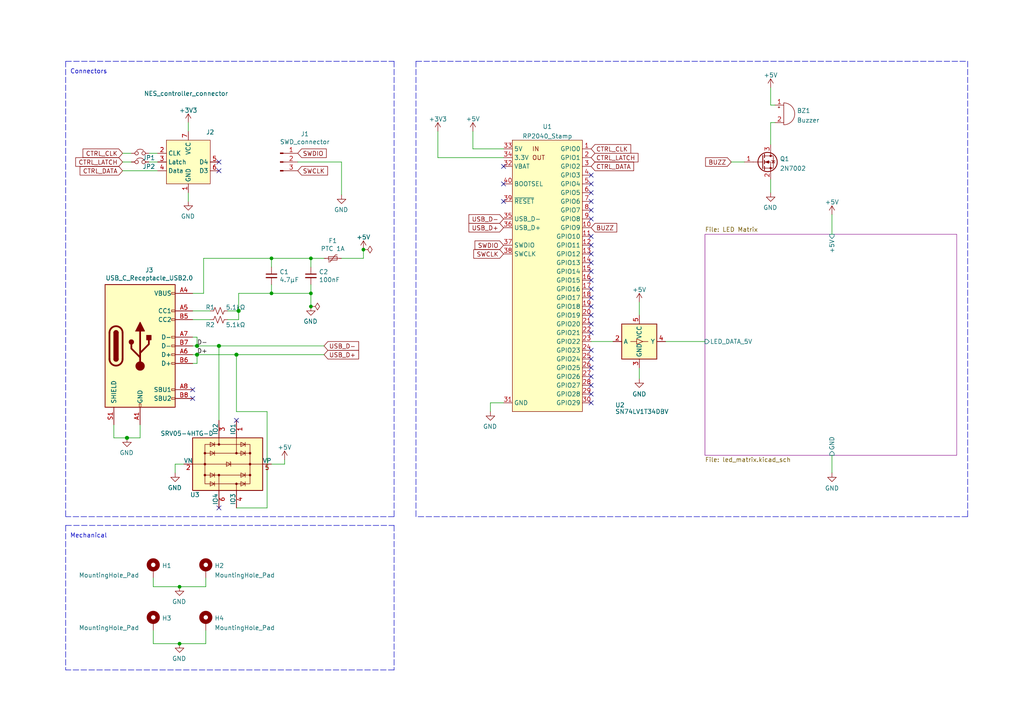
<source format=kicad_sch>
(kicad_sch (version 20210621) (generator eeschema)
  (paper "A4")
  (title_block (title "Neopixel pico arcade") (rev "1.0"))
  (lib_symbols
    (symbol "Connector:Conn_01x03_Male" (pin_names (offset 1.016) hide)
      (property "Reference" "J" (at 0 5.08 0))
      (property "Value" "Conn_01x03_Male" (at 0 -5.08 0))
      (symbol "Conn_01x03_Male_1_1"
        (rectangle (start 0.8636 -2.413) (end 0 -2.667) (stroke (width 0.1524)) (fill (type outline)))
        (rectangle (start 0.8636 0.127) (end 0 -0.127) (stroke (width 0.1524)) (fill (type outline)))
        (rectangle (start 0.8636 2.667) (end 0 2.413) (stroke (width 0.1524)) (fill (type outline)))
        (polyline (pts (xy 1.27 -2.54) (xy 0.8636 -2.54)) (stroke (width 0.1524)))
        (polyline (pts (xy 1.27 0) (xy 0.8636 0)) (stroke (width 0.1524)))
        (polyline (pts (xy 1.27 2.54) (xy 0.8636 2.54)) (stroke (width 0.1524)))
        (pin passive line (at 5.08 2.54 180) (length 3.81) (name "Pin_1") (number "1"))
        (pin passive line (at 5.08 0 180) (length 3.81) (name "Pin_2") (number "2"))
        (pin passive line (at 5.08 -2.54 180) (length 3.81) (name "Pin_3") (number "3"))
      )
    )
    (symbol "Connector:USB_C_Receptacle_USB2.0" (pin_names (offset 1.016))
      (property "Reference" "J" (at -10.16 19.05 0))
      (property "Value" "USB_C_Receptacle_USB2.0" (at 19.05 19.05 0))
      (symbol "USB_C_Receptacle_USB2.0_0_0"
        (rectangle (start -0.254 -17.78) (end 0.254 -16.764))
        (rectangle (start 10.16 -14.986) (end 9.144 -15.494))
        (rectangle (start 10.16 -12.446) (end 9.144 -12.954))
        (rectangle (start 10.16 -4.826) (end 9.144 -5.334))
        (rectangle (start 10.16 -2.286) (end 9.144 -2.794))
        (rectangle (start 10.16 0.254) (end 9.144 -0.254))
        (rectangle (start 10.16 2.794) (end 9.144 2.286))
        (rectangle (start 10.16 7.874) (end 9.144 7.366))
        (rectangle (start 10.16 10.414) (end 9.144 9.906))
        (rectangle (start 10.16 15.494) (end 9.144 14.986))
      )
      (symbol "USB_C_Receptacle_USB2.0_0_1"
        (arc (start -8.89 -3.81) (end -5.08 -3.81) (radius (at -6.985 -3.81) (length 1.905) (angles -179.9 -0.1)) (stroke (width 0.508)))
        (arc (start -7.62 -3.81) (end -6.35 -3.81) (radius (at -6.985 -3.81) (length 0.635) (angles -179.9 -0.1)) (stroke (width 0.254)))
        (arc (start -6.35 3.81) (end -7.62 3.81) (radius (at -6.985 3.81) (length 0.635) (angles 0.1 179.9)) (stroke (width 0.254)))
        (arc (start -5.08 3.81) (end -8.89 3.81) (radius (at -6.985 3.81) (length 1.905) (angles 0.1 179.9)) (stroke (width 0.508)))
        (arc (start -7.62 -3.81) (end -6.35 -3.81) (radius (at -6.985 -3.81) (length 0.635) (angles -179.9 -0.1)) (stroke (width 0.254)) (fill (type outline)))
        (arc (start -6.35 3.81) (end -7.62 3.81) (radius (at -6.985 3.81) (length 0.635) (angles 0.1 179.9)) (stroke (width 0.254)) (fill (type outline)))
        (circle (center -2.54 1.143) (radius 0.635) (stroke (width 0.254)) (fill (type outline)))
        (circle (center 0 -5.842) (radius 1.27) (fill (type outline)))
        (rectangle (start -7.62 -3.81) (end -6.35 3.81) (stroke (width 0.254)) (fill (type outline)))
        (rectangle (start 1.905 1.778) (end 3.175 3.048) (stroke (width 0.254)) (fill (type outline)))
        (rectangle (start -10.16 17.78) (end 10.16 -17.78) (stroke (width 0.254)) (fill (type background)))
        (polyline (pts (xy -8.89 -3.81) (xy -8.89 3.81)) (stroke (width 0.508)))
        (polyline (pts (xy -5.08 3.81) (xy -5.08 -3.81)) (stroke (width 0.508)))
        (polyline (pts (xy 0 -5.842) (xy 0 4.318)) (stroke (width 0.508)))
        (polyline (pts (xy 0 -3.302) (xy -2.54 -0.762) (xy -2.54 0.508)) (stroke (width 0.508)))
        (polyline (pts (xy 0 -2.032) (xy 2.54 0.508) (xy 2.54 1.778)) (stroke (width 0.508)))
        (polyline (pts (xy -1.27 4.318) (xy 0 6.858) (xy 1.27 4.318) (xy -1.27 4.318)) (stroke (width 0.254)) (fill (type outline)))
      )
      (symbol "USB_C_Receptacle_USB2.0_1_1"
        (pin passive line (at 0 -22.86 90) (length 5.08) (name "GND") (number "A1"))
        (pin passive line (at 0 -22.86 90) (length 5.08) hide (name "GND") (number "A12"))
        (pin passive line (at 15.24 15.24 180) (length 5.08) (name "VBUS") (number "A4"))
        (pin bidirectional line (at 15.24 10.16 180) (length 5.08) (name "CC1") (number "A5"))
        (pin bidirectional line (at 15.24 -2.54 180) (length 5.08) (name "D+") (number "A6"))
        (pin bidirectional line (at 15.24 2.54 180) (length 5.08) (name "D-") (number "A7"))
        (pin bidirectional line (at 15.24 -12.7 180) (length 5.08) (name "SBU1") (number "A8"))
        (pin passive line (at 15.24 15.24 180) (length 5.08) hide (name "VBUS") (number "A9"))
        (pin passive line (at 0 -22.86 90) (length 5.08) hide (name "GND") (number "B1"))
        (pin passive line (at 0 -22.86 90) (length 5.08) hide (name "GND") (number "B12"))
        (pin passive line (at 15.24 15.24 180) (length 5.08) hide (name "VBUS") (number "B4"))
        (pin bidirectional line (at 15.24 7.62 180) (length 5.08) (name "CC2") (number "B5"))
        (pin bidirectional line (at 15.24 -5.08 180) (length 5.08) (name "D+") (number "B6"))
        (pin bidirectional line (at 15.24 0 180) (length 5.08) (name "D-") (number "B7"))
        (pin bidirectional line (at 15.24 -15.24 180) (length 5.08) (name "SBU2") (number "B8"))
        (pin passive line (at 15.24 15.24 180) (length 5.08) hide (name "VBUS") (number "B9"))
        (pin passive line (at -7.62 -22.86 90) (length 5.08) (name "SHIELD") (number "S1"))
      )
    )
    (symbol "Device:Buzzer" (pin_names (offset 0.0254) hide)
      (property "Reference" "BZ" (at 3.81 1.27 0))
      (property "Value" "Buzzer" (at 3.81 -1.27 0))
      (symbol "Buzzer_0_1"
        (arc (start 0 -3.175) (end 0 3.175) (radius (at 0 0) (length 3.175) (angles -89.9 89.9)))
        (polyline (pts (xy -1.651 1.905) (xy -1.143 1.905)))
        (polyline (pts (xy -1.397 2.159) (xy -1.397 1.651)))
        (polyline (pts (xy 0 3.175) (xy 0 -3.175)))
      )
      (symbol "Buzzer_1_1"
        (pin passive line (at -2.54 2.54 0) (length 2.54) (name "-") (number "1"))
        (pin passive line (at -2.54 -2.54 0) (length 2.54) (name "+") (number "2"))
      )
    )
    (symbol "Device:C_Small" (pin_numbers hide) (pin_names (offset 0.254) hide)
      (property "Reference" "C" (at 0.254 1.778 0))
      (property "Value" "C_Small" (at 0.254 -2.032 0))
      (symbol "C_Small_0_1"
        (polyline (pts (xy -1.524 -0.508) (xy 1.524 -0.508)) (stroke (width 0.3302)))
        (polyline (pts (xy -1.524 0.508) (xy 1.524 0.508)) (stroke (width 0.3048)))
      )
      (symbol "C_Small_1_1"
        (pin passive line (at 0 2.54 270) (length 2.032) (name "~") (number "1"))
        (pin passive line (at 0 -2.54 90) (length 2.032) (name "~") (number "2"))
      )
    )
    (symbol "Device:Jumper_NC_Small" (pin_numbers hide) (pin_names (offset 0.762) hide)
      (property "Reference" "JP" (at 0 2.032 0))
      (property "Value" "Jumper_NC_Small" (at 0.254 -1.524 0))
      (symbol "Jumper_NC_Small_0_1"
        (arc (start 1.016 0.762) (end -1.016 0.762) (radius (at 0 -0.254) (length 1.4478) (angles 45 135)))
        (circle (center -1.016 0) (radius 0.508))
        (circle (center 1.016 0) (radius 0.508))
        (pin passive line (at -2.54 0 0) (length 1.016) (name "1") (number "1"))
        (pin passive line (at 2.54 0 180) (length 1.016) (name "2") (number "2"))
      )
    )
    (symbol "Device:Polyfuse_Small" (pin_numbers hide) (pin_names (offset 0))
      (property "Reference" "F" (at -1.905 0 90))
      (property "Value" "Polyfuse_Small" (at 1.905 0 90))
      (symbol "Polyfuse_Small_0_1"
        (rectangle (start -0.508 1.27) (end 0.508 -1.27))
        (polyline (pts (xy 0 2.54) (xy 0 -2.54)))
        (polyline (pts (xy -1.016 1.27) (xy -1.016 0.762) (xy 1.016 -0.762) (xy 1.016 -1.27)))
      )
      (symbol "Polyfuse_Small_1_1"
        (pin passive line (at 0 2.54 270) (length 0.635) (name "~") (number "1"))
        (pin passive line (at 0 -2.54 90) (length 0.635) (name "~") (number "2"))
      )
    )
    (symbol "Device:R_Small_US" (pin_numbers hide) (pin_names (offset 0.254) hide)
      (property "Reference" "R" (at 0.762 0.508 0))
      (property "Value" "R_Small_US" (at 0.762 -1.016 0))
      (symbol "R_Small_US_1_1"
        (polyline (pts (xy 0 0) (xy 1.016 -0.381) (xy 0 -0.762) (xy -1.016 -1.143) (xy 0 -1.524)))
        (polyline (pts (xy 0 1.524) (xy 1.016 1.143) (xy 0 0.762) (xy -1.016 0.381) (xy 0 0)))
        (pin passive line (at 0 2.54 270) (length 1.016) (name "~") (number "1"))
        (pin passive line (at 0 -2.54 90) (length 1.016) (name "~") (number "2"))
      )
    )
    (symbol "Logic_LevelTranslator:SN74LV1T34DBV"
      (property "Reference" "U" (at 5.08 6.35 0))
      (property "Value" "SN74LV1T34DBV" (at 5.08 3.81 0))
      (symbol "SN74LV1T34DBV_0_1"
        (rectangle (start -5.08 5.08) (end 5.08 -5.08) (stroke (width 0.254)) (fill (type background)))
        (polyline (pts (xy -0.762 0) (xy -2.54 0)))
        (polyline (pts (xy 1.016 0) (xy 2.54 0)))
      )
      (symbol "SN74LV1T34DBV_1_1"
        (polyline (pts (xy -0.762 -0.762) (xy -0.762 0.762) (xy 1.016 0) (xy -0.762 -0.762)))
        (pin no_connect line (at -5.08 2.54 0) (length 2.54) hide (name "NC") (number "1"))
        (pin input line (at -7.62 0 0) (length 2.54) (name "A") (number "2"))
        (pin power_in line (at 0 -7.62 90) (length 2.54) (name "GND") (number "3"))
        (pin output line (at 7.62 0 180) (length 2.54) (name "Y") (number "4"))
        (pin power_in line (at 0 7.62 270) (length 2.54) (name "VCC") (number "5"))
      )
    )
    (symbol "Mechanical:MountingHole_Pad" (pin_numbers hide) (pin_names (offset 1.016) hide)
      (property "Reference" "H" (at 0 6.35 0))
      (property "Value" "MountingHole_Pad" (at 0 4.445 0))
      (symbol "MountingHole_Pad_0_1"
        (circle (center 0 1.27) (radius 1.27) (stroke (width 1.27)))
      )
      (symbol "MountingHole_Pad_1_1"
        (pin input line (at 0 -2.54 90) (length 2.54) (name "1") (number "1"))
      )
    )
    (symbol "Neopixel_pico_arcade:NES_controller_connector"
      (property "Reference" "J" (at 3.81 8.89 0))
      (property "Value" "NES_controller_connector" (at 13.97 -8.89 0))
      (symbol "NES_controller_connector_0_0"
        (pin power_in line (at 0 -8.89 90) (length 2.54) (name "GND") (number "1"))
        (pin input line (at -8.89 2.54 0) (length 2.54) (name "CLK") (number "2"))
        (pin input line (at -8.89 0 0) (length 2.54) (name "Latch") (number "3"))
        (pin output line (at -8.89 -2.54 0) (length 2.54) (name "Data") (number "4"))
        (pin unspecified line (at 8.89 0 180) (length 2.54) (name "D4") (number "5"))
        (pin unspecified line (at 8.89 -2.54 180) (length 2.54) (name "D3") (number "6"))
        (pin power_in line (at 0 8.89 270) (length 2.54) (name "VCC") (number "7"))
      )
      (symbol "NES_controller_connector_0_1"
        (rectangle (start -6.35 6.35) (end 6.35 -6.35) (stroke (width 0.1524)) (fill (type background)))
      )
    )
    (symbol "Power_Protection:SRV05-4" (pin_names (offset 0))
      (property "Reference" "U" (at -5.08 11.43 0))
      (property "Value" "SRV05-4" (at 2.54 11.43 0))
      (symbol "SRV05-4_0_0"
        (rectangle (start -5.715 6.477) (end 5.715 -6.604))
        (polyline (pts (xy -3.175 -6.604) (xy -3.175 6.477)))
        (polyline (pts (xy 3.175 6.477) (xy 3.175 -6.604)))
      )
      (symbol "SRV05-4_0_1"
        (circle (center -5.715 -2.54) (radius 0.2794) (fill (type outline)))
        (circle (center -3.175 -6.604) (radius 0.2794) (fill (type outline)))
        (circle (center -3.175 2.54) (radius 0.2794) (fill (type outline)))
        (circle (center -3.175 6.477) (radius 0.2794) (fill (type outline)))
        (circle (center 0 -6.604) (radius 0.2794) (fill (type outline)))
        (circle (center 0 6.477) (radius 0.2794) (fill (type outline)))
        (circle (center 3.175 -6.604) (radius 0.2794) (fill (type outline)))
        (circle (center 3.175 -2.54) (radius 0.2794) (fill (type outline)))
        (circle (center 3.175 6.477) (radius 0.2794) (fill (type outline)))
        (circle (center 5.715 2.54) (radius 0.2794) (fill (type outline)))
        (rectangle (start -7.62 10.16) (end 7.62 -10.16) (stroke (width 0.254)) (fill (type background)))
        (polyline (pts (xy -7.747 2.54) (xy -3.175 2.54)))
        (polyline (pts (xy -7.62 -2.54) (xy -5.715 -2.54)))
        (polyline (pts (xy -5.08 -3.81) (xy -6.35 -3.81)))
        (polyline (pts (xy -5.08 5.08) (xy -6.35 5.08)))
        (polyline (pts (xy -2.54 -3.81) (xy -3.81 -3.81)))
        (polyline (pts (xy -2.54 5.08) (xy -3.81 5.08)))
        (polyline (pts (xy 0 10.16) (xy 0 -10.16)))
        (polyline (pts (xy 3.81 -3.81) (xy 2.54 -3.81)))
        (polyline (pts (xy 3.81 5.08) (xy 2.54 5.08)))
        (polyline (pts (xy 6.35 -3.81) (xy 5.08 -3.81)))
        (polyline (pts (xy 6.35 5.08) (xy 5.08 5.08)))
        (polyline (pts (xy 7.62 -2.54) (xy 3.175 -2.54)))
        (polyline (pts (xy 7.62 2.54) (xy 5.715 2.54)))
        (polyline (pts (xy 0.635 0.889) (xy -0.635 0.889) (xy -0.635 0.635)))
        (polyline (pts (xy -5.08 -5.08) (xy -6.35 -5.08) (xy -5.715 -3.81) (xy -5.08 -5.08)))
        (polyline (pts (xy -5.08 3.81) (xy -6.35 3.81) (xy -5.715 5.08) (xy -5.08 3.81)))
        (polyline (pts (xy -2.54 -5.08) (xy -3.81 -5.08) (xy -3.175 -3.81) (xy -2.54 -5.08)))
        (polyline (pts (xy -2.54 3.81) (xy -3.81 3.81) (xy -3.175 5.08) (xy -2.54 3.81)))
        (polyline (pts (xy 0.635 -0.381) (xy -0.635 -0.381) (xy 0 0.889) (xy 0.635 -0.381)))
        (polyline (pts (xy 3.81 -5.08) (xy 2.54 -5.08) (xy 3.175 -3.81) (xy 3.81 -5.08)))
        (polyline (pts (xy 3.81 3.81) (xy 2.54 3.81) (xy 3.175 5.08) (xy 3.81 3.81)))
        (polyline (pts (xy 6.35 -5.08) (xy 5.08 -5.08) (xy 5.715 -3.81) (xy 6.35 -5.08)))
        (polyline (pts (xy 6.35 3.81) (xy 5.08 3.81) (xy 5.715 5.08) (xy 6.35 3.81)))
      )
      (symbol "SRV05-4_1_1"
        (pin passive line (at -12.7 2.54 0) (length 5.08) (name "IO1") (number "1"))
        (pin passive line (at 0 -12.7 90) (length 2.54) (name "VN") (number "2"))
        (pin passive line (at -12.7 -2.54 0) (length 5.08) (name "IO2") (number "3"))
        (pin passive line (at 12.7 2.54 180) (length 5.08) (name "IO3") (number "4"))
        (pin passive line (at 0 12.7 270) (length 2.54) (name "VP") (number "5"))
        (pin passive line (at 12.7 -2.54 180) (length 5.08) (name "IO4") (number "6"))
      )
    )
    (symbol "RP2040_stamp:RP2040_Stamp"
      (property "Reference" "U" (at 10.16 43.18 0))
      (property "Value" "RP2040_Stamp" (at 0 -38.1 0))
      (symbol "RP2040_Stamp_0_0"
        (text "IN" (at -4.445 39.37 0) (effects (font (size 1.27 1.27)) (justify left)))
        (text "OUT" (at -4.445 36.83 0) (effects (font (size 1.27 1.27)) (justify left)))
        (pin bidirectional line (at 12.7 39.37 180) (length 2.54) (name "GPIO0") (number "1"))
        (pin bidirectional line (at 12.7 16.51 180) (length 2.54) (name "GPIO9") (number "10"))
        (pin bidirectional line (at 12.7 13.97 180) (length 2.54) (name "GPIO10") (number "11"))
        (pin bidirectional line (at 12.7 11.43 180) (length 2.54) (name "GPIO11") (number "12"))
        (pin bidirectional line (at 12.7 8.89 180) (length 2.54) (name "GPIO12") (number "13"))
        (pin bidirectional line (at 12.7 6.35 180) (length 2.54) (name "GPIO13") (number "14"))
        (pin bidirectional line (at 12.7 3.81 180) (length 2.54) (name "GPIO14") (number "15"))
        (pin bidirectional line (at 12.7 1.27 180) (length 2.54) (name "GPIO15") (number "16"))
        (pin bidirectional line (at 12.7 -1.27 180) (length 2.54) (name "GPIO16") (number "17"))
        (pin bidirectional line (at 12.7 -3.81 180) (length 2.54) (name "GPIO17") (number "18"))
        (pin bidirectional line (at 12.7 -6.35 180) (length 2.54) (name "GPIO18") (number "19"))
        (pin bidirectional line (at 12.7 36.83 180) (length 2.54) (name "GPIO1") (number "2"))
        (pin bidirectional line (at 12.7 -8.89 180) (length 2.54) (name "GPIO19") (number "20"))
        (pin bidirectional line (at 12.7 -11.43 180) (length 2.54) (name "GPIO20") (number "21"))
        (pin bidirectional line (at 12.7 -13.97 180) (length 2.54) (name "GPIO21") (number "22"))
        (pin bidirectional line (at 12.7 -16.51 180) (length 2.54) (name "GPIO22") (number "23"))
        (pin bidirectional line (at 12.7 -19.05 180) (length 2.54) (name "GPIO23") (number "24"))
        (pin bidirectional line (at 12.7 -21.59 180) (length 2.54) (name "GPIO24") (number "25"))
        (pin bidirectional line (at 12.7 -24.13 180) (length 2.54) (name "GPIO25") (number "26"))
        (pin bidirectional line (at 12.7 -26.67 180) (length 2.54) (name "GPIO26") (number "27"))
        (pin bidirectional line (at 12.7 -29.21 180) (length 2.54) (name "GPIO27") (number "28"))
        (pin bidirectional line (at 12.7 -31.75 180) (length 2.54) (name "GPIO28") (number "29"))
        (pin bidirectional line (at 12.7 34.29 180) (length 2.54) (name "GPIO2") (number "3"))
        (pin bidirectional line (at 12.7 -34.29 180) (length 2.54) (name "GPIO29") (number "30"))
        (pin power_in line (at -12.7 -34.29 0) (length 2.54) (name "GND") (number "31"))
        (pin power_in line (at -12.7 34.29 0) (length 2.54) (name "VBAT") (number "32"))
        (pin power_in line (at -12.7 39.37 0) (length 2.54) (name "5V") (number "33"))
        (pin power_out line (at -12.7 36.83 0) (length 2.54) (name "3.3V") (number "34"))
        (pin bidirectional line (at -12.7 19.05 0) (length 2.54) (name "USB_D-") (number "35"))
        (pin bidirectional line (at -12.7 16.51 0) (length 2.54) (name "USB_D+") (number "36"))
        (pin bidirectional line (at -12.7 11.43 0) (length 2.54) (name "SWDIO") (number "37"))
        (pin input line (at -12.7 8.89 0) (length 2.54) (name "SWCLK") (number "38"))
        (pin bidirectional line (at -12.7 24.13 0) (length 2.54) (name "~{RESET}") (number "39"))
        (pin bidirectional line (at 12.7 31.75 180) (length 2.54) (name "GPIO3") (number "4"))
        (pin input line (at -12.7 29.21 0) (length 2.54) (name "BOOTSEL") (number "40"))
        (pin bidirectional line (at 12.7 29.21 180) (length 2.54) (name "GPIO4") (number "5"))
        (pin bidirectional line (at 12.7 26.67 180) (length 2.54) (name "GPIO5") (number "6"))
        (pin bidirectional line (at 12.7 24.13 180) (length 2.54) (name "GPIO6") (number "7"))
        (pin bidirectional line (at 12.7 21.59 180) (length 2.54) (name "GPIO7") (number "8"))
        (pin bidirectional line (at 12.7 19.05 180) (length 2.54) (name "GPIO8") (number "9"))
      )
      (symbol "RP2040_Stamp_0_1"
        (rectangle (start -10.16 41.91) (end 10.16 -36.83) (stroke (width 0.1524)) (fill (type background)))
      )
    )
    (symbol "Transistor_FET:2N7002" (pin_names hide)
      (property "Reference" "Q" (at 5.08 1.905 0))
      (property "Value" "2N7002" (at 5.08 0 0))
      (symbol "2N7002_0_1"
        (circle (center 1.651 0) (radius 2.794) (stroke (width 0.254)))
        (circle (center 2.54 -1.778) (radius 0.254) (fill (type outline)))
        (circle (center 2.54 1.778) (radius 0.254) (fill (type outline)))
        (polyline (pts (xy 0.254 0) (xy -2.54 0)))
        (polyline (pts (xy 0.254 1.905) (xy 0.254 -1.905)) (stroke (width 0.254)))
        (polyline (pts (xy 0.762 -1.27) (xy 0.762 -2.286)) (stroke (width 0.254)))
        (polyline (pts (xy 0.762 0.508) (xy 0.762 -0.508)) (stroke (width 0.254)))
        (polyline (pts (xy 0.762 2.286) (xy 0.762 1.27)) (stroke (width 0.254)))
        (polyline (pts (xy 2.54 2.54) (xy 2.54 1.778)))
        (polyline (pts (xy 2.54 -2.54) (xy 2.54 0) (xy 0.762 0)))
        (polyline (pts (xy 0.762 -1.778) (xy 3.302 -1.778) (xy 3.302 1.778) (xy 0.762 1.778)))
        (polyline (pts (xy 2.794 0.508) (xy 2.921 0.381) (xy 3.683 0.381) (xy 3.81 0.254)))
        (polyline (pts (xy 3.302 0.381) (xy 2.921 -0.254) (xy 3.683 -0.254) (xy 3.302 0.381)))
        (polyline (pts (xy 1.016 0) (xy 2.032 0.381) (xy 2.032 -0.381) (xy 1.016 0)) (fill (type outline)))
      )
      (symbol "2N7002_1_1"
        (pin input line (at -5.08 0 0) (length 2.54) (name "G") (number "1"))
        (pin passive line (at 2.54 -5.08 90) (length 2.54) (name "S") (number "2"))
        (pin passive line (at 2.54 5.08 270) (length 2.54) (name "D") (number "3"))
      )
    )
    (symbol "power:+3V3" (power) (pin_names (offset 0))
      (property "Value" "+3V3" (at 0 3.556 0))
      (symbol "+3V3_0_1"
        (polyline (pts (xy -0.762 1.27) (xy 0 2.54)))
        (polyline (pts (xy 0 0) (xy 0 2.54)))
        (polyline (pts (xy 0 2.54) (xy 0.762 1.27)))
      )
      (symbol "+3V3_1_1"
        (pin power_in line (at 0 0 90) (length 0) hide (name "+3V3") (number "1"))
      )
    )
    (symbol "power:+5V" (power) (pin_names (offset 0))
      (property "Value" "+5V" (at 0 3.556 0))
      (symbol "+5V_0_1"
        (polyline (pts (xy -0.762 1.27) (xy 0 2.54)))
        (polyline (pts (xy 0 0) (xy 0 2.54)))
        (polyline (pts (xy 0 2.54) (xy 0.762 1.27)))
      )
      (symbol "+5V_1_1"
        (pin power_in line (at 0 0 90) (length 0) hide (name "+5V") (number "1"))
      )
    )
    (symbol "power:GND" (power) (pin_names (offset 0))
      (property "Value" "GND" (at 0 -3.81 0))
      (symbol "GND_0_1"
        (polyline (pts (xy 0 0) (xy 0 -1.27) (xy 1.27 -1.27) (xy 0 -2.54) (xy -1.27 -1.27) (xy 0 -1.27)))
      )
      (symbol "GND_1_1"
        (pin power_in line (at 0 0 270) (length 0) hide (name "GND") (number "1"))
      )
    )
    (symbol "power:PWR_FLAG" (power) (pin_numbers hide) (pin_names (offset 0) hide)
      (property "Value" "PWR_FLAG" (at 0 3.81 0))
      (symbol "PWR_FLAG_0_0"
        (pin power_out line (at 0 0 90) (length 0) (name "pwr") (number "1"))
      )
      (symbol "PWR_FLAG_0_1"
        (polyline (pts (xy 0 0) (xy 0 1.27) (xy -1.016 1.905) (xy 0 2.54) (xy 1.016 1.905) (xy 0 1.27)))
      )
    )
  )
  (junction (at 36.83 127) (diameter 1.016))
  (junction (at 52.07 170.18))
  (junction (at 52.07 186.69))
  (junction (at 57.15 100.33) (diameter 1.016))
  (junction (at 57.15 102.87) (diameter 1.016))
  (junction (at 63.5 100.33) (diameter 1.016))
  (junction (at 68.58 102.87) (diameter 1.016))
  (junction (at 69.215 90.17) (diameter 1.016))
  (junction (at 78.74 74.93))
  (junction (at 78.74 85.09))
  (junction (at 90.17 74.93))
  (junction (at 90.17 85.09))
  (junction (at 90.17 88.9))
  (junction (at 105.41 72.39))
  (no_connect (at 55.88 113.03))
  (no_connect (at 55.88 115.57))
  (no_connect (at 63.5 46.99))
  (no_connect (at 63.5 49.53))
  (no_connect (at 63.5 147.32))
  (no_connect (at 68.58 121.92))
  (no_connect (at 146.05 48.26))
  (no_connect (at 146.05 53.34))
  (no_connect (at 146.05 58.42))
  (no_connect (at 171.45 50.8))
  (no_connect (at 171.45 53.34))
  (no_connect (at 171.45 55.88))
  (no_connect (at 171.45 58.42))
  (no_connect (at 171.45 60.96))
  (no_connect (at 171.45 63.5))
  (no_connect (at 171.45 68.58))
  (no_connect (at 171.45 71.12))
  (no_connect (at 171.45 73.66))
  (no_connect (at 171.45 76.2))
  (no_connect (at 171.45 78.74))
  (no_connect (at 171.45 81.28))
  (no_connect (at 171.45 83.82))
  (no_connect (at 171.45 86.36))
  (no_connect (at 171.45 88.9))
  (no_connect (at 171.45 91.44))
  (no_connect (at 171.45 93.98))
  (no_connect (at 171.45 96.52))
  (no_connect (at 171.45 101.6))
  (no_connect (at 171.45 104.14))
  (no_connect (at 171.45 106.68))
  (no_connect (at 171.45 109.22))
  (no_connect (at 171.45 111.76))
  (no_connect (at 171.45 114.3))
  (no_connect (at 171.45 116.84))
  (wire (pts (xy 33.02 123.19) (xy 33.02 127)))
  (wire (pts (xy 33.02 127) (xy 36.83 127)))
  (wire (pts (xy 35.56 44.45) (xy 38.1 44.45)))
  (wire (pts (xy 35.56 46.99) (xy 38.1 46.99)))
  (wire (pts (xy 35.56 49.53) (xy 45.72 49.53)))
  (wire (pts (xy 36.83 127) (xy 40.64 127)))
  (wire (pts (xy 40.64 123.19) (xy 40.64 127)))
  (wire (pts (xy 43.18 44.45) (xy 45.72 44.45)))
  (wire (pts (xy 43.18 46.99) (xy 45.72 46.99)))
  (wire (pts (xy 44.45 167.64) (xy 44.45 170.18)))
  (wire (pts (xy 44.45 170.18) (xy 52.07 170.18)))
  (wire (pts (xy 44.45 182.88) (xy 44.45 186.69)))
  (wire (pts (xy 44.45 186.69) (xy 52.07 186.69)))
  (wire (pts (xy 50.8 134.62) (xy 50.8 137.16)))
  (wire (pts (xy 50.8 134.62) (xy 53.34 134.62)))
  (wire (pts (xy 54.61 35.56) (xy 54.61 38.1)))
  (wire (pts (xy 54.61 55.88) (xy 54.61 58.42)))
  (wire (pts (xy 55.88 85.09) (xy 59.055 85.09)))
  (wire (pts (xy 55.88 90.17) (xy 60.96 90.17)))
  (wire (pts (xy 55.88 92.71) (xy 60.96 92.71)))
  (wire (pts (xy 55.88 97.79) (xy 57.15 97.79)))
  (wire (pts (xy 55.88 100.33) (xy 57.15 100.33)))
  (wire (pts (xy 55.88 102.87) (xy 57.15 102.87)))
  (wire (pts (xy 55.88 105.41) (xy 57.15 105.41)))
  (wire (pts (xy 57.15 97.79) (xy 57.15 100.33)))
  (wire (pts (xy 57.15 100.33) (xy 63.5 100.33)))
  (wire (pts (xy 57.15 102.87) (xy 68.58 102.87)))
  (wire (pts (xy 57.15 105.41) (xy 57.15 102.87)))
  (wire (pts (xy 59.055 74.93) (xy 59.055 85.09)))
  (wire (pts (xy 59.055 74.93) (xy 78.74 74.93)))
  (wire (pts (xy 59.69 167.64) (xy 59.69 170.18)))
  (wire (pts (xy 59.69 170.18) (xy 52.07 170.18)))
  (wire (pts (xy 59.69 182.88) (xy 59.69 186.69)))
  (wire (pts (xy 59.69 186.69) (xy 52.07 186.69)))
  (wire (pts (xy 63.5 100.33) (xy 63.5 121.92)))
  (wire (pts (xy 63.5 100.33) (xy 93.98 100.33)))
  (wire (pts (xy 66.04 90.17) (xy 69.215 90.17)))
  (wire (pts (xy 66.04 92.71) (xy 69.215 92.71)))
  (wire (pts (xy 68.58 102.87) (xy 68.58 119.38)))
  (wire (pts (xy 68.58 102.87) (xy 93.98 102.87)))
  (wire (pts (xy 68.58 119.38) (xy 77.47 119.38)))
  (wire (pts (xy 68.58 147.32) (xy 77.47 147.32)))
  (wire (pts (xy 69.215 85.09) (xy 78.74 85.09)))
  (wire (pts (xy 69.215 90.17) (xy 69.215 85.09)))
  (wire (pts (xy 69.215 92.71) (xy 69.215 90.17)))
  (wire (pts (xy 77.47 119.38) (xy 77.47 147.32)))
  (wire (pts (xy 78.74 74.93) (xy 78.74 77.47)))
  (wire (pts (xy 78.74 74.93) (xy 90.17 74.93)))
  (wire (pts (xy 78.74 82.55) (xy 78.74 85.09)))
  (wire (pts (xy 78.74 85.09) (xy 90.17 85.09)))
  (wire (pts (xy 78.74 134.62) (xy 82.55 134.62)))
  (wire (pts (xy 82.55 133.35) (xy 82.55 134.62)))
  (wire (pts (xy 86.36 46.99) (xy 99.06 46.99)))
  (wire (pts (xy 90.17 74.93) (xy 90.17 77.47)))
  (wire (pts (xy 90.17 74.93) (xy 93.98 74.93)))
  (wire (pts (xy 90.17 82.55) (xy 90.17 85.09)))
  (wire (pts (xy 90.17 85.09) (xy 90.17 88.9)))
  (wire (pts (xy 99.06 46.99) (xy 99.06 56.515)))
  (wire (pts (xy 99.06 74.93) (xy 105.41 74.93)))
  (wire (pts (xy 105.41 74.93) (xy 105.41 72.39)))
  (wire (pts (xy 127 38.1) (xy 127 45.72)))
  (wire (pts (xy 127 45.72) (xy 146.05 45.72)))
  (wire (pts (xy 137.16 43.18) (xy 137.16 38.1)))
  (wire (pts (xy 142.24 116.84) (xy 146.05 116.84)))
  (wire (pts (xy 142.24 119.38) (xy 142.24 116.84)))
  (wire (pts (xy 146.05 43.18) (xy 137.16 43.18)))
  (wire (pts (xy 171.45 99.06) (xy 177.8 99.06)))
  (wire (pts (xy 185.42 87.63) (xy 185.42 91.44)))
  (wire (pts (xy 185.42 106.68) (xy 185.42 109.855)))
  (wire (pts (xy 193.04 99.06) (xy 204.47 99.06)))
  (wire (pts (xy 212.09 46.99) (xy 215.9 46.99)))
  (wire (pts (xy 223.52 25.4) (xy 223.52 30.48)))
  (wire (pts (xy 223.52 30.48) (xy 224.79 30.48)))
  (wire (pts (xy 223.52 35.56) (xy 223.52 41.91)))
  (wire (pts (xy 223.52 52.07) (xy 223.52 55.88)))
  (wire (pts (xy 224.79 35.56) (xy 223.52 35.56)))
  (wire (pts (xy 241.3 62.23) (xy 241.3 67.945)))
  (wire (pts (xy 241.3 132.08) (xy 241.3 137.16)))
  (polyline (pts (xy 19.05 17.78) (xy 19.05 149.86)) (stroke (width 0) (type dash)))
  (polyline (pts (xy 19.05 17.78) (xy 114.3 17.78)) (stroke (width 0) (type dash)))
  (polyline (pts (xy 19.05 152.4) (xy 19.05 194.31)))
  (polyline (pts (xy 19.05 152.4) (xy 114.3 152.4)))
  (polyline (pts (xy 114.3 17.78) (xy 114.3 149.86)) (stroke (width 0) (type dash)))
  (polyline (pts (xy 114.3 149.86) (xy 19.05 149.86)) (stroke (width 0) (type dash)))
  (polyline (pts (xy 114.3 152.4) (xy 114.3 194.31)))
  (polyline (pts (xy 114.3 194.31) (xy 19.05 194.31)))
  (polyline (pts (xy 120.65 17.78) (xy 120.65 149.86)) (stroke (width 0) (type dash)))
  (polyline (pts (xy 120.65 17.78) (xy 280.67 17.78)) (stroke (width 0) (type dash)))
  (polyline (pts (xy 280.67 17.78) (xy 280.67 149.86)) (stroke (width 0) (type dash)))
  (polyline (pts (xy 280.67 149.86) (xy 120.65 149.86)) (stroke (width 0) (type dash)))
  (text "Mechanical" (at 20.32 156.21 0) (effects (font (size 1.27 1.27)) (justify left bottom)))
  (text "Connectors" (at 31.115 21.59 180) (effects (font (size 1.27 1.27)) (justify right bottom)))
  (label "D-" (at 57.15 100.33 0))
  (label "D+" (at 57.15 102.87 0))
  (global_label "CTRL_CLK" (shape input) (at 35.56 44.45 180) (property "Intersheet References" "${INTERSHEET_REFS}" (effects hide)))
  (global_label "CTRL_LATCH" (shape input) (at 35.56 46.99 180) (property "Intersheet References" "${INTERSHEET_REFS}" (effects hide)))
  (global_label "CTRL_DATA" (shape input) (at 35.56 49.53 180) (property "Intersheet References" "${INTERSHEET_REFS}" (effects hide)))
  (global_label "SWDIO" (shape input) (at 86.36 44.45 0) (property "Intersheet References" "${INTERSHEET_REFS}" (effects hide)))
  (global_label "SWCLK" (shape input) (at 86.36 49.53 0) (property "Intersheet References" "${INTERSHEET_REFS}" (effects hide)))
  (global_label "USB_D-" (shape input) (at 93.98 100.33 0) (property "Intersheet References" "${INTERSHEET_REFS}" (effects hide)))
  (global_label "USB_D+" (shape input) (at 93.98 102.87 0) (property "Intersheet References" "${INTERSHEET_REFS}" (effects hide)))
  (global_label "USB_D-" (shape input) (at 146.05 63.5 180) (property "Intersheet References" "${INTERSHEET_REFS}" (effects hide)))
  (global_label "USB_D+" (shape input) (at 146.05 66.04 180) (property "Intersheet References" "${INTERSHEET_REFS}" (effects hide)))
  (global_label "SWDIO" (shape input) (at 146.05 71.12 180) (property "Intersheet References" "${INTERSHEET_REFS}" (effects hide)))
  (global_label "SWCLK" (shape input) (at 146.05 73.66 180) (property "Intersheet References" "${INTERSHEET_REFS}" (effects hide)))
  (global_label "CTRL_CLK" (shape input) (at 171.45 43.18 0) (property "Intersheet References" "${INTERSHEET_REFS}" (effects hide)))
  (global_label "CTRL_LATCH" (shape input) (at 171.45 45.72 0) (property "Intersheet References" "${INTERSHEET_REFS}" (effects hide)))
  (global_label "CTRL_DATA" (shape input) (at 171.45 48.26 0) (property "Intersheet References" "${INTERSHEET_REFS}" (effects hide)))
  (global_label "BUZZ" (shape input) (at 171.45 66.04 0) (property "Intersheet References" "${INTERSHEET_REFS}" (effects hide)))
  (global_label "BUZZ" (shape input) (at 212.09 46.99 180) (property "Intersheet References" "${INTERSHEET_REFS}" (effects hide)))
  (symbol (lib_id "power:+3V3") (at 54.61 35.56 0) (unit 1)
    (property "Reference" "#PWR02" (effects hide))
    (property "Value" "+3V3" (at 54.61 32.0126 0))
  )
  (symbol (lib_id "power:+5V") (at 82.55 133.35 0) (unit 1)
    (property "Reference" "#PWR0148" (effects hide))
    (property "Value" "+5V" (at 82.55 129.7454 0))
  )
  (symbol (lib_id "power:+5V") (at 105.41 72.39 0) (unit 1)
    (property "Reference" "#PWR0149" (effects hide))
    (property "Value" "+5V" (at 105.41 68.7854 0))
  )
  (symbol (lib_id "power:+3V3") (at 127 38.1 0) (unit 1)
    (property "Reference" "#PWR03" (effects hide))
    (property "Value" "+3V3" (at 127 34.5526 0))
  )
  (symbol (lib_id "power:+5V") (at 137.16 38.1 0) (unit 1)
    (property "Reference" "#PWR0150" (effects hide))
    (property "Value" "+5V" (at 137.16 34.4954 0))
  )
  (symbol (lib_id "power:+5V") (at 185.42 87.63 0) (unit 1)
    (property "Reference" "#PWR0151" (effects hide))
    (property "Value" "+5V" (at 185.42 84.0254 0))
  )
  (symbol (lib_id "power:+5V") (at 223.52 25.4 0) (unit 1)
    (property "Reference" "#PWR0152" (effects hide))
    (property "Value" "+5V" (at 223.52 21.7954 0))
  )
  (symbol (lib_id "power:+5V") (at 241.3 62.23 0) (unit 1)
    (property "Reference" "#PWR0153" (effects hide))
    (property "Value" "+5V" (at 241.3 58.6254 0))
  )
  (symbol (lib_id "power:PWR_FLAG") (at 90.17 88.9 270) (unit 1)
    (property "Reference" "#FLG0101" (effects hide))
    (property "Value" "PWR_FLAG" (effects hide))
  )
  (symbol (lib_id "power:PWR_FLAG") (at 105.41 72.39 270) (unit 1)
    (property "Reference" "#FLG01" (effects hide))
    (property "Value" "PWR_FLAG" (effects hide))
  )
  (symbol (lib_id "power:GND") (at 36.83 127 0) (mirror y) (unit 1)
    (property "Reference" "#PWR014" (effects hide))
    (property "Value" "GND" (at 36.7157 131.3244 0))
  )
  (symbol (lib_id "power:GND") (at 50.8 137.16 0) (mirror y) (unit 1)
    (property "Reference" "#PWR017" (effects hide))
    (property "Value" "GND" (at 50.6857 141.4844 0))
  )
  (symbol (lib_id "power:GND") (at 52.07 170.18 0) (mirror y) (unit 1)
    (property "Reference" "#PWR01" (effects hide))
    (property "Value" "GND" (at 51.9557 174.5044 0))
  )
  (symbol (lib_id "power:GND") (at 52.07 186.69 0) (mirror y) (unit 1)
    (property "Reference" "#PWR04" (effects hide))
    (property "Value" "GND" (at 51.9557 191.0144 0))
  )
  (symbol (lib_id "power:GND") (at 54.61 58.42 0) (mirror y) (unit 1)
    (property "Reference" "#PWR07" (effects hide))
    (property "Value" "GND" (at 54.4957 62.7444 0))
  )
  (symbol (lib_id "power:GND") (at 90.17 88.9 0) (mirror y) (unit 1)
    (property "Reference" "#PWR011" (effects hide))
    (property "Value" "GND" (at 90.0557 93.2244 0))
  )
  (symbol (lib_id "power:GND") (at 99.06 56.515 0) (mirror y) (unit 1)
    (property "Reference" "#PWR05" (effects hide))
    (property "Value" "GND" (at 98.9457 60.8394 0))
  )
  (symbol (lib_id "power:GND") (at 142.24 119.38 0) (mirror y) (unit 1)
    (property "Reference" "#PWR013" (effects hide))
    (property "Value" "GND" (at 142.1257 123.7044 0))
  )
  (symbol (lib_id "power:GND") (at 185.42 109.855 0) (mirror y) (unit 1)
    (property "Reference" "#PWR012" (effects hide))
    (property "Value" "GND" (at 185.42 114.3 0))
  )
  (symbol (lib_id "power:GND") (at 223.52 55.88 0) (mirror y) (unit 1)
    (property "Reference" "#PWR06" (effects hide))
    (property "Value" "GND" (at 223.4057 60.2044 0))
  )
  (symbol (lib_id "power:GND") (at 241.3 137.16 0) (mirror y) (unit 1)
    (property "Reference" "#PWR016" (effects hide))
    (property "Value" "GND" (at 241.3 141.605 0))
  )
  (symbol (lib_id "Device:Jumper_NC_Small") (at 40.64 44.45 0) (unit 1)
    (property "Reference" "JP1" (at 43.18 45.7666 0))
    (property "Value" "jmp" (effects hide))
    (property "Footprint" "Jumper:SolderJumper-2_P1.3mm_Bridged_RoundedPad1.0x1.5mm" (effects hide))
  )
  (symbol (lib_id "Device:Jumper_NC_Small") (at 40.64 46.99 0) (unit 1)
    (property "Reference" "JP2" (at 43.18 48.3066 0))
    (property "Value" "jmp" (effects hide))
    (property "Footprint" "Jumper:SolderJumper-2_P1.3mm_Bridged_RoundedPad1.0x1.5mm" (effects hide))
  )
  (symbol (lib_id "Device:R_Small_US") (at 63.5 90.17 90) (unit 1)
    (property "Reference" "R1" (at 60.96 89.1348 90))
    (property "Value" "5.1kΩ" (at 68.326 89.148 90))
    (property "Footprint" "Resistor_SMD:R_0805_2012Metric_Pad1.20x1.40mm_HandSolder" (effects hide))
  )
  (symbol (lib_id "Device:R_Small_US") (at 63.5 92.71 90) (unit 1)
    (property "Reference" "R2" (at 60.96 94.2148 90))
    (property "Value" "5.1kΩ" (at 68.326 94.228 90))
    (property "Footprint" "Resistor_SMD:R_0805_2012Metric_Pad1.20x1.40mm_HandSolder" (effects hide))
  )
  (symbol (lib_id "Device:Polyfuse_Small") (at 96.52 74.93 90) (unit 1)
    (property "Reference" "F1" (at 96.52 69.8308 90))
    (property "Value" "PTC 1A" (at 96.52 72.13 90))
    (property "Footprint" "Neopixel_pico_arcade:Belfuse_0ZCJ" (effects hide))
  )
  (symbol (lib_id "Device:C_Small") (at 78.74 80.01 0) (unit 1)
    (property "Reference" "C1" (at 81.0642 78.8606 0) (effects (justify left)))
    (property "Value" "4.7µF" (at 81.064 81.159 0) (effects (justify left)))
    (property "Footprint" "Capacitor_SMD:C_0805_2012Metric_Pad1.18x1.45mm_HandSolder" (effects hide))
  )
  (symbol (lib_id "Device:C_Small") (at 90.17 80.01 0) (unit 1)
    (property "Reference" "C2" (at 92.4942 78.8606 0) (effects (justify left)))
    (property "Value" "100nF" (at 92.494 81.159 0) (effects (justify left)))
    (property "Footprint" "Capacitor_SMD:C_0805_2012Metric_Pad1.18x1.45mm_HandSolder" (effects hide))
  )
  (symbol (lib_id "Mechanical:MountingHole_Pad") (at 44.45 165.1 0) (unit 1)
    (property "Reference" "H1" (at 46.9901 164.0645 0) (effects (justify left)))
    (property "Value" "MountingHole_Pad" (at 22.8601 166.8396 0) (effects (justify left)))
    (property "Footprint" "MountingHole:MountingHole_3.2mm_M3_ISO7380_Pad_TopOnly" (effects hide))
  )
  (symbol (lib_id "Mechanical:MountingHole_Pad") (at 44.45 180.34 0) (unit 1)
    (property "Reference" "H3" (at 46.9901 179.3045 0) (effects (justify left)))
    (property "Value" "MountingHole_Pad" (at 22.8601 182.0796 0) (effects (justify left)))
    (property "Footprint" "MountingHole:MountingHole_3.2mm_M3_ISO7380_Pad_TopOnly" (effects hide))
  )
  (symbol (lib_id "Mechanical:MountingHole_Pad") (at 59.69 165.1 0) (unit 1)
    (property "Reference" "H2" (at 62.2301 164.0645 0) (effects (justify left)))
    (property "Value" "MountingHole_Pad" (at 62.2301 166.8396 0) (effects (justify left)))
    (property "Footprint" "MountingHole:MountingHole_3.2mm_M3_ISO7380_Pad_TopOnly" (effects hide))
  )
  (symbol (lib_id "Mechanical:MountingHole_Pad") (at 59.69 180.34 0) (unit 1)
    (property "Reference" "H4" (at 62.2301 179.3045 0) (effects (justify left)))
    (property "Value" "MountingHole_Pad" (at 62.2301 182.0796 0) (effects (justify left)))
    (property "Footprint" "MountingHole:MountingHole_3.2mm_M3_ISO7380_Pad_TopOnly" (effects hide))
  )
  (symbol (lib_id "Connector:Conn_01x03_Male") (at 81.28 46.99 0) (unit 1)
    (property "Reference" "J1" (at 88.4174 38.8578 0))
    (property "Value" "SWD_connector" (at 88.4174 41.1565 0))
    (property "Footprint" "Connector_PinHeader_2.54mm:PinHeader_1x03_P2.54mm_Vertical" (effects hide))
  )
  (symbol (lib_id "Device:Buzzer") (at 227.33 33.02 0) (unit 1)
    (property "Reference" "BZ1" (at 231.1401 32.1115 0) (effects (justify left)))
    (property "Value" "Buzzer" (at 231.1401 34.8866 0) (effects (justify left)))
    (property "Footprint" "Buzzer_Beeper:MagneticBuzzer_CUI_CMT-8504-100-SMT" (effects hide))
  )
  (symbol (lib_id "Transistor_FET:2N7002") (at 220.98 46.99 0) (unit 1)
    (property "Reference" "Q1" (at 226.1871 46.0815 0) (effects (justify left)))
    (property "Value" "2N7002" (at 226.1871 48.8566 0) (effects (justify left)))
    (property "Footprint" "Package_TO_SOT_SMD:SOT-23" (effects hide))
    (property "Datasheet" "https://www.onsemi.com/pub/Collateral/NDS7002A-D.PDF" (effects hide))
  )
  (symbol (lib_id "Logic_LevelTranslator:SN74LV1T34DBV") (at 185.42 99.06 0) (unit 1)
    (property "Reference" "U2" (at 178.435 117.475 0) (effects (justify left)))
    (property "Value" "SN74LV1T34DBV" (at 178.435 119.38 0) (effects (justify left)))
    (property "Footprint" "Package_TO_SOT_SMD:SOT-23-5" (effects hide))
    (property "Datasheet" "https://www.ti.com/lit/ds/symlink/sn74lv1t34.pdf" (effects hide))
  )
  (symbol (lib_id "Neopixel_pico_arcade:NES_controller_connector") (at 54.61 46.99 0) (unit 1)
    (property "Reference" "J2" (at 60.96 38.3244 0))
    (property "Value" "NES_controller_connector" (at 53.975 27.1295 0))
    (property "Footprint" "Neopixel_pico_arcade:NES_Controller_connector" (effects hide))
  )
  (symbol (lib_id "Power_Protection:SRV05-4") (at 66.04 134.62 270) (unit 1)
    (property "Reference" "U3" (at 56.5342 143.51 90))
    (property "Value" "SRV05-4HTG-D" (at 54.235 125.73 90))
    (property "Footprint" "Package_TO_SOT_SMD:SOT-23-6" (effects hide))
    (property "Datasheet" "https://www.littelfuse.com/~/media/electronics/datasheets/tvs_diode_arrays/littelfuse_tvs_diode_array_srv05_4htg_d_datasheet.pdf.pdf" (effects hide))
    (property "MPN" "SRV05-4HTG-D" (effects hide))
  )
  (symbol (lib_id "Connector:USB_C_Receptacle_USB2.0") (at 40.64 100.33 0) (unit 1)
    (property "Reference" "J3" (at 43.307 78.3398 0))
    (property "Value" "USB_C_Receptacle_USB2.0" (at 43.307 80.6385 0))
    (property "Footprint" "Neopixel_pico_arcade:USB_C_Receptacle_USB_2_GTC_USB4105" (effects hide))
    (property "Datasheet" "https://www.usb.org/sites/default/files/documents/usb_type-c.zip" (effects hide))
  )
  (symbol (lib_id "RP2040_stamp:RP2040_Stamp") (at 158.75 82.55 0) (unit 1)
    (property "Reference" "U1" (at 158.75 36.7242 0))
    (property "Value" "RP2040_Stamp" (at 158.75 39.4993 0))
    (property "Footprint" "RP2040_stamp:RP2040_Stamp_SMD" (effects hide))
  )
  (sheet (at 204.47 67.945) (size 73.025 64.135) (stroke (width 0.0006) (color 132 0 132 1)) (fill (color 255 255 255 0.0000))
    (property "Nome da folha" "LED Matrix" (at 204.47 67.3093 0) (effects (justify left bottom)))
    (property "Sheet file" "led_matrix.kicad_sch" (at 204.47 132.5887 0) (effects (justify left top)))
    (pin "LED_DATA_5V" input (at 204.47 99.06 180))
    (pin "+5V" input (at 241.3 67.945 90))
    (pin "GND" input (at 241.3 132.08 270))
  )
)
</source>
